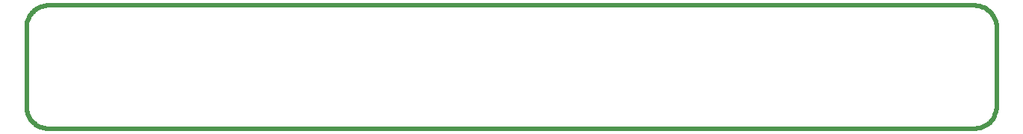
<source format=gko>
%FSTAX23Y23*%
%MOIN*%
%SFA1B1*%

%IPPOS*%
%ADD34C,0.019680*%
%LNpcb2-1*%
%LPD*%
G54D34*
X01557Y03679D02*
D01*
X0155Y03679*
X01544Y03678*
X01537Y03677*
X0153Y03675*
X01524Y03673*
X01517Y0367*
X01511Y03667*
X01505Y03664*
X01499Y0366*
X01494Y03656*
X01489Y03651*
X01484Y03646*
X0148Y03641*
X01476Y03636*
X01472Y0363*
X01469Y03624*
X01466Y03617*
X01464Y03611*
X01462Y03604*
X0146Y03598*
X01459Y03591*
X01459Y03584*
X01459Y03581*
Y03226D02*
D01*
X01459Y03219*
X0146Y03212*
X01461Y03206*
X01463Y03199*
X01465Y03193*
X01467Y03186*
X0147Y0318*
X01474Y03174*
X01478Y03168*
X01482Y03163*
X01487Y03158*
X01491Y03153*
X01497Y03149*
X01502Y03145*
X01508Y03141*
X01514Y03138*
X0152Y03135*
X01527Y03133*
X01534Y03131*
X0154Y03129*
X01547Y03128*
X01554Y03128*
X01557Y03128*
X05691D02*
D01*
X05698Y03128*
X05705Y03129*
X05712Y0313*
X05718Y03132*
X05725Y03134*
X05731Y03136*
X05737Y03139*
X05743Y03143*
X05749Y03147*
X05754Y03151*
X0576Y03155*
X05764Y0316*
X05769Y03166*
X05773Y03171*
X05776Y03177*
X0578Y03183*
X05782Y03189*
X05785Y03196*
X05787Y03202*
X05788Y03209*
X05789Y03216*
X0579Y03223*
X0579Y03226*
Y03581D02*
D01*
X05789Y03587*
X05789Y03594*
X05787Y03601*
X05786Y03608*
X05784Y03614*
X05781Y03621*
X05778Y03627*
X05775Y03633*
X05771Y03638*
X05767Y03644*
X05762Y03649*
X05757Y03654*
X05752Y03658*
X05746Y03662*
X0574Y03666*
X05734Y03669*
X05728Y03672*
X05722Y03674*
X05715Y03676*
X05708Y03677*
X05701Y03678*
X05695Y03679*
X05691Y03679*
X01459Y03581D02*
Y03226D01*
X01557Y03679D02*
X05691D01*
X01557Y03128D02*
X05691D01*
X0579Y03226D02*
Y03581D01*
Y03226D02*
Y03581D01*
M02*
</source>
